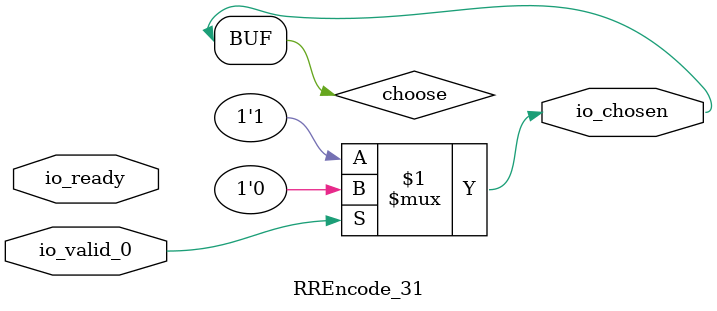
<source format=v>
module RREncode_31(
    input  io_valid_0,
    output io_chosen,
    input  io_ready);
  wire choose;
  assign io_chosen = choose;
  assign choose = io_valid_0 ? 1'h0 : 1'h1;
endmodule
</source>
